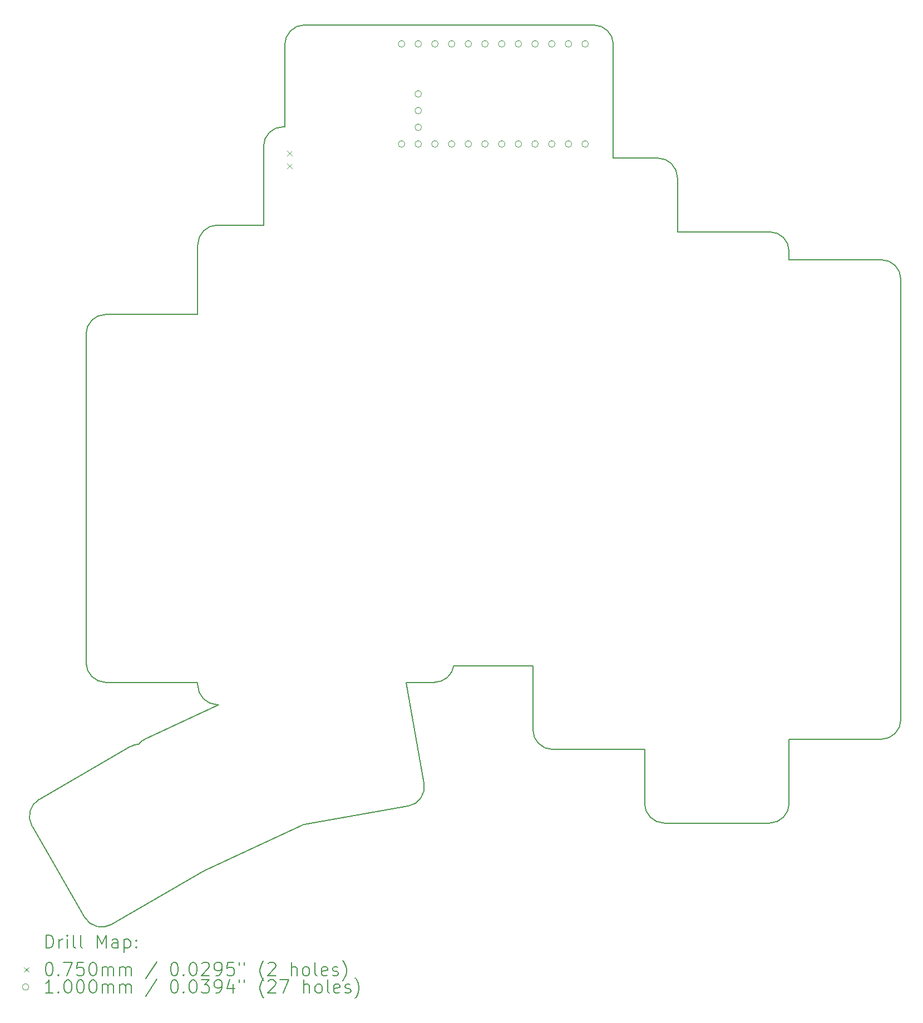
<source format=gbr>
%TF.GenerationSoftware,KiCad,Pcbnew,8.0.8+1*%
%TF.CreationDate,2025-08-10T15:44:05+00:00*%
%TF.ProjectId,right_pcb,72696768-745f-4706-9362-2e6b69636164,v0.2*%
%TF.SameCoordinates,Original*%
%TF.FileFunction,Drillmap*%
%TF.FilePolarity,Positive*%
%FSLAX45Y45*%
G04 Gerber Fmt 4.5, Leading zero omitted, Abs format (unit mm)*
G04 Created by KiCad (PCBNEW 8.0.8+1) date 2025-08-10 15:44:05*
%MOMM*%
%LPD*%
G01*
G04 APERTURE LIST*
%ADD10C,0.150000*%
%ADD11C,0.200000*%
%ADD12C,0.100000*%
G04 APERTURE END LIST*
D10*
X28000000Y-15675000D02*
G75*
G02*
X27700000Y-15375000I0J300000D01*
G01*
X22525167Y-15695207D02*
G75*
G02*
X22508191Y-15697702I-52127J295667D01*
G01*
X18378042Y-15722197D02*
X19178042Y-17107837D01*
X31600000Y-12400000D02*
G75*
G02*
X31595804Y-12450000I-300020J0D01*
G01*
X27700000Y-14553000D02*
X27700000Y-15375000D01*
X19200000Y-11633000D02*
G75*
G02*
X19204196Y-11583000I300020J0D01*
G01*
X29900000Y-14400000D02*
X31300000Y-14400000D01*
X26925000Y-3527000D02*
G75*
G02*
X27225000Y-3827000I0J-300000D01*
G01*
X26925000Y-3527000D02*
X22525000Y-3527000D01*
X27225000Y-5553000D02*
X27225000Y-3827000D01*
X24344207Y-15069833D02*
G75*
G02*
X24100859Y-15417368I-295437J-52097D01*
G01*
X29600000Y-6675000D02*
G75*
G02*
X29900000Y-6975000I0J-300000D01*
G01*
X21042761Y-16381585D02*
G75*
G02*
X21006149Y-16395819I-126731J271765D01*
G01*
X22525167Y-15695207D02*
X24100859Y-15417370D01*
X29900000Y-7100000D02*
X29900000Y-6975000D01*
X21200000Y-13873000D02*
G75*
G02*
X20900000Y-13573000I0J300000D01*
G01*
X21900000Y-6573000D02*
X21200000Y-6573000D01*
X21216795Y-13873000D02*
X20113001Y-14387707D01*
X21900000Y-5377000D02*
X21900000Y-6573000D01*
X31600000Y-14100000D02*
X31600000Y-12500000D01*
X31600000Y-9000000D02*
G75*
G02*
X31595804Y-9050000I-300020J0D01*
G01*
X31600000Y-10700000D02*
X31600000Y-9100000D01*
X31600000Y-9000000D02*
X31600000Y-7400000D01*
X24796606Y-13278000D02*
X26000000Y-13278000D01*
X22225000Y-5077000D02*
X22200000Y-5077000D01*
X21042761Y-16381585D02*
X22492853Y-15705395D01*
X31600000Y-14100000D02*
G75*
G02*
X31300000Y-14400000I-300000J0D01*
G01*
X19500000Y-13533000D02*
X20900000Y-13533000D01*
X22508191Y-15697702D02*
G75*
G02*
X22492854Y-15705395I-142201J264352D01*
G01*
X26300000Y-14553000D02*
X27700000Y-14553000D01*
X28000000Y-15675000D02*
X29600000Y-15675000D01*
X31595804Y-9050000D02*
G75*
G02*
X31600001Y-9100000I-295764J-50000D01*
G01*
X26300000Y-14553000D02*
G75*
G02*
X26000000Y-14253000I0J300000D01*
G01*
X19200000Y-11633000D02*
X19200000Y-13233000D01*
X29600000Y-6675000D02*
X28200000Y-6675000D01*
X19587849Y-17217645D02*
X20973490Y-16417645D01*
X31600000Y-10700000D02*
G75*
G02*
X31595804Y-10750000I-300020J0D01*
G01*
X31600000Y-12400000D02*
X31600000Y-10800000D01*
X21900000Y-5377000D02*
G75*
G02*
X22200000Y-5077000I300000J0D01*
G01*
X19204196Y-11583000D02*
G75*
G02*
X19199999Y-11533000I295764J50000D01*
G01*
X19873490Y-14512389D02*
G75*
G02*
X20005070Y-14472764I150000J-259821D01*
G01*
X19200000Y-8233000D02*
G75*
G02*
X19500000Y-7933000I300000J0D01*
G01*
X22225000Y-3827000D02*
X22225000Y-5077000D01*
X19587849Y-17217645D02*
G75*
G02*
X19178043Y-17107836I-149999J259805D01*
G01*
X19204196Y-9883000D02*
G75*
G02*
X19199999Y-9833000I295764J50000D01*
G01*
X19873490Y-14512389D02*
X18487849Y-15312389D01*
X29900000Y-15375000D02*
G75*
G02*
X29600000Y-15675000I-300000J0D01*
G01*
X31300000Y-7100000D02*
X29900000Y-7100000D01*
X21200000Y-13873000D02*
X21216795Y-13873000D01*
X19200000Y-9933000D02*
X19200000Y-11533000D01*
X24073222Y-13533000D02*
X24500000Y-13533000D01*
X22225000Y-3827000D02*
G75*
G02*
X22525000Y-3527000I300000J0D01*
G01*
X20900000Y-6873000D02*
G75*
G02*
X21200000Y-6573000I300000J0D01*
G01*
X27900000Y-5553000D02*
G75*
G02*
X28200000Y-5853000I0J-300000D01*
G01*
X31300000Y-7100000D02*
G75*
G02*
X31600000Y-7400000I0J-300000D01*
G01*
X24796606Y-13278000D02*
G75*
G02*
X24500000Y-13533000I-296606J45000D01*
G01*
X20900000Y-13533000D02*
X20900000Y-13573000D01*
X31595804Y-12450000D02*
G75*
G02*
X31600001Y-12500000I-295764J-50000D01*
G01*
X29900000Y-15375000D02*
X29900000Y-14400000D01*
X19500000Y-13533000D02*
G75*
G02*
X19200000Y-13233000I0J300000D01*
G01*
X20005070Y-14472763D02*
G75*
G02*
X20113001Y-14387708I234700J-186817D01*
G01*
X31595804Y-10750000D02*
G75*
G02*
X31600001Y-10800000I-295764J-50000D01*
G01*
X26000000Y-13278000D02*
X26000000Y-14253000D01*
X18378042Y-15722197D02*
G75*
G02*
X18487850Y-15312390I259818J149997D01*
G01*
X28200000Y-6675000D02*
X28200000Y-5853000D01*
X21006150Y-16395819D02*
G75*
G02*
X20973490Y-16417645I-182640J237949D01*
G01*
X20900000Y-7933000D02*
X19500000Y-7933000D01*
X27900000Y-5553000D02*
X27225000Y-5553000D01*
X19200000Y-8233000D02*
X19200000Y-9833000D01*
X20900000Y-6873000D02*
X20900000Y-7933000D01*
X19200000Y-9933000D02*
G75*
G02*
X19204196Y-9883000I300020J0D01*
G01*
X24344207Y-15069833D02*
X24073222Y-13533000D01*
D11*
D12*
X22262500Y-5439500D02*
X22337500Y-5514500D01*
X22337500Y-5439500D02*
X22262500Y-5514500D01*
X22262500Y-5639500D02*
X22337500Y-5714500D01*
X22337500Y-5639500D02*
X22262500Y-5714500D01*
X24051000Y-3815000D02*
G75*
G02*
X23951000Y-3815000I-50000J0D01*
G01*
X23951000Y-3815000D02*
G75*
G02*
X24051000Y-3815000I50000J0D01*
G01*
X24051000Y-5339000D02*
G75*
G02*
X23951000Y-5339000I-50000J0D01*
G01*
X23951000Y-5339000D02*
G75*
G02*
X24051000Y-5339000I50000J0D01*
G01*
X24305000Y-3815000D02*
G75*
G02*
X24205000Y-3815000I-50000J0D01*
G01*
X24205000Y-3815000D02*
G75*
G02*
X24305000Y-3815000I50000J0D01*
G01*
X24305000Y-4577000D02*
G75*
G02*
X24205000Y-4577000I-50000J0D01*
G01*
X24205000Y-4577000D02*
G75*
G02*
X24305000Y-4577000I50000J0D01*
G01*
X24305000Y-4831000D02*
G75*
G02*
X24205000Y-4831000I-50000J0D01*
G01*
X24205000Y-4831000D02*
G75*
G02*
X24305000Y-4831000I50000J0D01*
G01*
X24305000Y-5085000D02*
G75*
G02*
X24205000Y-5085000I-50000J0D01*
G01*
X24205000Y-5085000D02*
G75*
G02*
X24305000Y-5085000I50000J0D01*
G01*
X24305000Y-5339000D02*
G75*
G02*
X24205000Y-5339000I-50000J0D01*
G01*
X24205000Y-5339000D02*
G75*
G02*
X24305000Y-5339000I50000J0D01*
G01*
X24559000Y-3815000D02*
G75*
G02*
X24459000Y-3815000I-50000J0D01*
G01*
X24459000Y-3815000D02*
G75*
G02*
X24559000Y-3815000I50000J0D01*
G01*
X24559000Y-5339000D02*
G75*
G02*
X24459000Y-5339000I-50000J0D01*
G01*
X24459000Y-5339000D02*
G75*
G02*
X24559000Y-5339000I50000J0D01*
G01*
X24813000Y-3815000D02*
G75*
G02*
X24713000Y-3815000I-50000J0D01*
G01*
X24713000Y-3815000D02*
G75*
G02*
X24813000Y-3815000I50000J0D01*
G01*
X24813000Y-5339000D02*
G75*
G02*
X24713000Y-5339000I-50000J0D01*
G01*
X24713000Y-5339000D02*
G75*
G02*
X24813000Y-5339000I50000J0D01*
G01*
X25067000Y-3815000D02*
G75*
G02*
X24967000Y-3815000I-50000J0D01*
G01*
X24967000Y-3815000D02*
G75*
G02*
X25067000Y-3815000I50000J0D01*
G01*
X25067000Y-5339000D02*
G75*
G02*
X24967000Y-5339000I-50000J0D01*
G01*
X24967000Y-5339000D02*
G75*
G02*
X25067000Y-5339000I50000J0D01*
G01*
X25321000Y-3815000D02*
G75*
G02*
X25221000Y-3815000I-50000J0D01*
G01*
X25221000Y-3815000D02*
G75*
G02*
X25321000Y-3815000I50000J0D01*
G01*
X25321000Y-5339000D02*
G75*
G02*
X25221000Y-5339000I-50000J0D01*
G01*
X25221000Y-5339000D02*
G75*
G02*
X25321000Y-5339000I50000J0D01*
G01*
X25575000Y-3815000D02*
G75*
G02*
X25475000Y-3815000I-50000J0D01*
G01*
X25475000Y-3815000D02*
G75*
G02*
X25575000Y-3815000I50000J0D01*
G01*
X25575000Y-5339000D02*
G75*
G02*
X25475000Y-5339000I-50000J0D01*
G01*
X25475000Y-5339000D02*
G75*
G02*
X25575000Y-5339000I50000J0D01*
G01*
X25829000Y-3815000D02*
G75*
G02*
X25729000Y-3815000I-50000J0D01*
G01*
X25729000Y-3815000D02*
G75*
G02*
X25829000Y-3815000I50000J0D01*
G01*
X25829000Y-5339000D02*
G75*
G02*
X25729000Y-5339000I-50000J0D01*
G01*
X25729000Y-5339000D02*
G75*
G02*
X25829000Y-5339000I50000J0D01*
G01*
X26083000Y-3815000D02*
G75*
G02*
X25983000Y-3815000I-50000J0D01*
G01*
X25983000Y-3815000D02*
G75*
G02*
X26083000Y-3815000I50000J0D01*
G01*
X26083000Y-5339000D02*
G75*
G02*
X25983000Y-5339000I-50000J0D01*
G01*
X25983000Y-5339000D02*
G75*
G02*
X26083000Y-5339000I50000J0D01*
G01*
X26337000Y-3815000D02*
G75*
G02*
X26237000Y-3815000I-50000J0D01*
G01*
X26237000Y-3815000D02*
G75*
G02*
X26337000Y-3815000I50000J0D01*
G01*
X26337000Y-5339000D02*
G75*
G02*
X26237000Y-5339000I-50000J0D01*
G01*
X26237000Y-5339000D02*
G75*
G02*
X26337000Y-5339000I50000J0D01*
G01*
X26591000Y-3815000D02*
G75*
G02*
X26491000Y-3815000I-50000J0D01*
G01*
X26491000Y-3815000D02*
G75*
G02*
X26591000Y-3815000I50000J0D01*
G01*
X26591000Y-5339000D02*
G75*
G02*
X26491000Y-5339000I-50000J0D01*
G01*
X26491000Y-5339000D02*
G75*
G02*
X26591000Y-5339000I50000J0D01*
G01*
X26845000Y-3815000D02*
G75*
G02*
X26745000Y-3815000I-50000J0D01*
G01*
X26745000Y-3815000D02*
G75*
G02*
X26845000Y-3815000I50000J0D01*
G01*
X26845000Y-5339000D02*
G75*
G02*
X26745000Y-5339000I-50000J0D01*
G01*
X26745000Y-5339000D02*
G75*
G02*
X26845000Y-5339000I50000J0D01*
G01*
D11*
X18591129Y-17576821D02*
X18591129Y-17376821D01*
X18591129Y-17376821D02*
X18638748Y-17376821D01*
X18638748Y-17376821D02*
X18667320Y-17386345D01*
X18667320Y-17386345D02*
X18686367Y-17405392D01*
X18686367Y-17405392D02*
X18695891Y-17424440D01*
X18695891Y-17424440D02*
X18705415Y-17462535D01*
X18705415Y-17462535D02*
X18705415Y-17491107D01*
X18705415Y-17491107D02*
X18695891Y-17529202D01*
X18695891Y-17529202D02*
X18686367Y-17548250D01*
X18686367Y-17548250D02*
X18667320Y-17567297D01*
X18667320Y-17567297D02*
X18638748Y-17576821D01*
X18638748Y-17576821D02*
X18591129Y-17576821D01*
X18791129Y-17576821D02*
X18791129Y-17443488D01*
X18791129Y-17481583D02*
X18800653Y-17462535D01*
X18800653Y-17462535D02*
X18810177Y-17453011D01*
X18810177Y-17453011D02*
X18829224Y-17443488D01*
X18829224Y-17443488D02*
X18848272Y-17443488D01*
X18914939Y-17576821D02*
X18914939Y-17443488D01*
X18914939Y-17376821D02*
X18905415Y-17386345D01*
X18905415Y-17386345D02*
X18914939Y-17395869D01*
X18914939Y-17395869D02*
X18924462Y-17386345D01*
X18924462Y-17386345D02*
X18914939Y-17376821D01*
X18914939Y-17376821D02*
X18914939Y-17395869D01*
X19038748Y-17576821D02*
X19019701Y-17567297D01*
X19019701Y-17567297D02*
X19010177Y-17548250D01*
X19010177Y-17548250D02*
X19010177Y-17376821D01*
X19143510Y-17576821D02*
X19124462Y-17567297D01*
X19124462Y-17567297D02*
X19114939Y-17548250D01*
X19114939Y-17548250D02*
X19114939Y-17376821D01*
X19372082Y-17576821D02*
X19372082Y-17376821D01*
X19372082Y-17376821D02*
X19438748Y-17519678D01*
X19438748Y-17519678D02*
X19505415Y-17376821D01*
X19505415Y-17376821D02*
X19505415Y-17576821D01*
X19686367Y-17576821D02*
X19686367Y-17472059D01*
X19686367Y-17472059D02*
X19676843Y-17453011D01*
X19676843Y-17453011D02*
X19657796Y-17443488D01*
X19657796Y-17443488D02*
X19619701Y-17443488D01*
X19619701Y-17443488D02*
X19600653Y-17453011D01*
X19686367Y-17567297D02*
X19667320Y-17576821D01*
X19667320Y-17576821D02*
X19619701Y-17576821D01*
X19619701Y-17576821D02*
X19600653Y-17567297D01*
X19600653Y-17567297D02*
X19591129Y-17548250D01*
X19591129Y-17548250D02*
X19591129Y-17529202D01*
X19591129Y-17529202D02*
X19600653Y-17510154D01*
X19600653Y-17510154D02*
X19619701Y-17500631D01*
X19619701Y-17500631D02*
X19667320Y-17500631D01*
X19667320Y-17500631D02*
X19686367Y-17491107D01*
X19781605Y-17443488D02*
X19781605Y-17643488D01*
X19781605Y-17453011D02*
X19800653Y-17443488D01*
X19800653Y-17443488D02*
X19838748Y-17443488D01*
X19838748Y-17443488D02*
X19857796Y-17453011D01*
X19857796Y-17453011D02*
X19867320Y-17462535D01*
X19867320Y-17462535D02*
X19876843Y-17481583D01*
X19876843Y-17481583D02*
X19876843Y-17538726D01*
X19876843Y-17538726D02*
X19867320Y-17557773D01*
X19867320Y-17557773D02*
X19857796Y-17567297D01*
X19857796Y-17567297D02*
X19838748Y-17576821D01*
X19838748Y-17576821D02*
X19800653Y-17576821D01*
X19800653Y-17576821D02*
X19781605Y-17567297D01*
X19962558Y-17557773D02*
X19972082Y-17567297D01*
X19972082Y-17567297D02*
X19962558Y-17576821D01*
X19962558Y-17576821D02*
X19953034Y-17567297D01*
X19953034Y-17567297D02*
X19962558Y-17557773D01*
X19962558Y-17557773D02*
X19962558Y-17576821D01*
X19962558Y-17453011D02*
X19972082Y-17462535D01*
X19972082Y-17462535D02*
X19962558Y-17472059D01*
X19962558Y-17472059D02*
X19953034Y-17462535D01*
X19953034Y-17462535D02*
X19962558Y-17453011D01*
X19962558Y-17453011D02*
X19962558Y-17472059D01*
D12*
X18255352Y-17867837D02*
X18330352Y-17942837D01*
X18330352Y-17867837D02*
X18255352Y-17942837D01*
D11*
X18629224Y-17796821D02*
X18648272Y-17796821D01*
X18648272Y-17796821D02*
X18667320Y-17806345D01*
X18667320Y-17806345D02*
X18676843Y-17815869D01*
X18676843Y-17815869D02*
X18686367Y-17834916D01*
X18686367Y-17834916D02*
X18695891Y-17873011D01*
X18695891Y-17873011D02*
X18695891Y-17920631D01*
X18695891Y-17920631D02*
X18686367Y-17958726D01*
X18686367Y-17958726D02*
X18676843Y-17977773D01*
X18676843Y-17977773D02*
X18667320Y-17987297D01*
X18667320Y-17987297D02*
X18648272Y-17996821D01*
X18648272Y-17996821D02*
X18629224Y-17996821D01*
X18629224Y-17996821D02*
X18610177Y-17987297D01*
X18610177Y-17987297D02*
X18600653Y-17977773D01*
X18600653Y-17977773D02*
X18591129Y-17958726D01*
X18591129Y-17958726D02*
X18581605Y-17920631D01*
X18581605Y-17920631D02*
X18581605Y-17873011D01*
X18581605Y-17873011D02*
X18591129Y-17834916D01*
X18591129Y-17834916D02*
X18600653Y-17815869D01*
X18600653Y-17815869D02*
X18610177Y-17806345D01*
X18610177Y-17806345D02*
X18629224Y-17796821D01*
X18781605Y-17977773D02*
X18791129Y-17987297D01*
X18791129Y-17987297D02*
X18781605Y-17996821D01*
X18781605Y-17996821D02*
X18772082Y-17987297D01*
X18772082Y-17987297D02*
X18781605Y-17977773D01*
X18781605Y-17977773D02*
X18781605Y-17996821D01*
X18857796Y-17796821D02*
X18991129Y-17796821D01*
X18991129Y-17796821D02*
X18905415Y-17996821D01*
X19162558Y-17796821D02*
X19067320Y-17796821D01*
X19067320Y-17796821D02*
X19057796Y-17892059D01*
X19057796Y-17892059D02*
X19067320Y-17882535D01*
X19067320Y-17882535D02*
X19086367Y-17873011D01*
X19086367Y-17873011D02*
X19133986Y-17873011D01*
X19133986Y-17873011D02*
X19153034Y-17882535D01*
X19153034Y-17882535D02*
X19162558Y-17892059D01*
X19162558Y-17892059D02*
X19172082Y-17911107D01*
X19172082Y-17911107D02*
X19172082Y-17958726D01*
X19172082Y-17958726D02*
X19162558Y-17977773D01*
X19162558Y-17977773D02*
X19153034Y-17987297D01*
X19153034Y-17987297D02*
X19133986Y-17996821D01*
X19133986Y-17996821D02*
X19086367Y-17996821D01*
X19086367Y-17996821D02*
X19067320Y-17987297D01*
X19067320Y-17987297D02*
X19057796Y-17977773D01*
X19295891Y-17796821D02*
X19314939Y-17796821D01*
X19314939Y-17796821D02*
X19333986Y-17806345D01*
X19333986Y-17806345D02*
X19343510Y-17815869D01*
X19343510Y-17815869D02*
X19353034Y-17834916D01*
X19353034Y-17834916D02*
X19362558Y-17873011D01*
X19362558Y-17873011D02*
X19362558Y-17920631D01*
X19362558Y-17920631D02*
X19353034Y-17958726D01*
X19353034Y-17958726D02*
X19343510Y-17977773D01*
X19343510Y-17977773D02*
X19333986Y-17987297D01*
X19333986Y-17987297D02*
X19314939Y-17996821D01*
X19314939Y-17996821D02*
X19295891Y-17996821D01*
X19295891Y-17996821D02*
X19276843Y-17987297D01*
X19276843Y-17987297D02*
X19267320Y-17977773D01*
X19267320Y-17977773D02*
X19257796Y-17958726D01*
X19257796Y-17958726D02*
X19248272Y-17920631D01*
X19248272Y-17920631D02*
X19248272Y-17873011D01*
X19248272Y-17873011D02*
X19257796Y-17834916D01*
X19257796Y-17834916D02*
X19267320Y-17815869D01*
X19267320Y-17815869D02*
X19276843Y-17806345D01*
X19276843Y-17806345D02*
X19295891Y-17796821D01*
X19448272Y-17996821D02*
X19448272Y-17863488D01*
X19448272Y-17882535D02*
X19457796Y-17873011D01*
X19457796Y-17873011D02*
X19476843Y-17863488D01*
X19476843Y-17863488D02*
X19505415Y-17863488D01*
X19505415Y-17863488D02*
X19524463Y-17873011D01*
X19524463Y-17873011D02*
X19533986Y-17892059D01*
X19533986Y-17892059D02*
X19533986Y-17996821D01*
X19533986Y-17892059D02*
X19543510Y-17873011D01*
X19543510Y-17873011D02*
X19562558Y-17863488D01*
X19562558Y-17863488D02*
X19591129Y-17863488D01*
X19591129Y-17863488D02*
X19610177Y-17873011D01*
X19610177Y-17873011D02*
X19619701Y-17892059D01*
X19619701Y-17892059D02*
X19619701Y-17996821D01*
X19714939Y-17996821D02*
X19714939Y-17863488D01*
X19714939Y-17882535D02*
X19724463Y-17873011D01*
X19724463Y-17873011D02*
X19743510Y-17863488D01*
X19743510Y-17863488D02*
X19772082Y-17863488D01*
X19772082Y-17863488D02*
X19791129Y-17873011D01*
X19791129Y-17873011D02*
X19800653Y-17892059D01*
X19800653Y-17892059D02*
X19800653Y-17996821D01*
X19800653Y-17892059D02*
X19810177Y-17873011D01*
X19810177Y-17873011D02*
X19829224Y-17863488D01*
X19829224Y-17863488D02*
X19857796Y-17863488D01*
X19857796Y-17863488D02*
X19876844Y-17873011D01*
X19876844Y-17873011D02*
X19886367Y-17892059D01*
X19886367Y-17892059D02*
X19886367Y-17996821D01*
X20276844Y-17787297D02*
X20105415Y-18044440D01*
X20533986Y-17796821D02*
X20553034Y-17796821D01*
X20553034Y-17796821D02*
X20572082Y-17806345D01*
X20572082Y-17806345D02*
X20581606Y-17815869D01*
X20581606Y-17815869D02*
X20591129Y-17834916D01*
X20591129Y-17834916D02*
X20600653Y-17873011D01*
X20600653Y-17873011D02*
X20600653Y-17920631D01*
X20600653Y-17920631D02*
X20591129Y-17958726D01*
X20591129Y-17958726D02*
X20581606Y-17977773D01*
X20581606Y-17977773D02*
X20572082Y-17987297D01*
X20572082Y-17987297D02*
X20553034Y-17996821D01*
X20553034Y-17996821D02*
X20533986Y-17996821D01*
X20533986Y-17996821D02*
X20514939Y-17987297D01*
X20514939Y-17987297D02*
X20505415Y-17977773D01*
X20505415Y-17977773D02*
X20495891Y-17958726D01*
X20495891Y-17958726D02*
X20486367Y-17920631D01*
X20486367Y-17920631D02*
X20486367Y-17873011D01*
X20486367Y-17873011D02*
X20495891Y-17834916D01*
X20495891Y-17834916D02*
X20505415Y-17815869D01*
X20505415Y-17815869D02*
X20514939Y-17806345D01*
X20514939Y-17806345D02*
X20533986Y-17796821D01*
X20686367Y-17977773D02*
X20695891Y-17987297D01*
X20695891Y-17987297D02*
X20686367Y-17996821D01*
X20686367Y-17996821D02*
X20676844Y-17987297D01*
X20676844Y-17987297D02*
X20686367Y-17977773D01*
X20686367Y-17977773D02*
X20686367Y-17996821D01*
X20819701Y-17796821D02*
X20838748Y-17796821D01*
X20838748Y-17796821D02*
X20857796Y-17806345D01*
X20857796Y-17806345D02*
X20867320Y-17815869D01*
X20867320Y-17815869D02*
X20876844Y-17834916D01*
X20876844Y-17834916D02*
X20886367Y-17873011D01*
X20886367Y-17873011D02*
X20886367Y-17920631D01*
X20886367Y-17920631D02*
X20876844Y-17958726D01*
X20876844Y-17958726D02*
X20867320Y-17977773D01*
X20867320Y-17977773D02*
X20857796Y-17987297D01*
X20857796Y-17987297D02*
X20838748Y-17996821D01*
X20838748Y-17996821D02*
X20819701Y-17996821D01*
X20819701Y-17996821D02*
X20800653Y-17987297D01*
X20800653Y-17987297D02*
X20791129Y-17977773D01*
X20791129Y-17977773D02*
X20781606Y-17958726D01*
X20781606Y-17958726D02*
X20772082Y-17920631D01*
X20772082Y-17920631D02*
X20772082Y-17873011D01*
X20772082Y-17873011D02*
X20781606Y-17834916D01*
X20781606Y-17834916D02*
X20791129Y-17815869D01*
X20791129Y-17815869D02*
X20800653Y-17806345D01*
X20800653Y-17806345D02*
X20819701Y-17796821D01*
X20962558Y-17815869D02*
X20972082Y-17806345D01*
X20972082Y-17806345D02*
X20991129Y-17796821D01*
X20991129Y-17796821D02*
X21038748Y-17796821D01*
X21038748Y-17796821D02*
X21057796Y-17806345D01*
X21057796Y-17806345D02*
X21067320Y-17815869D01*
X21067320Y-17815869D02*
X21076844Y-17834916D01*
X21076844Y-17834916D02*
X21076844Y-17853964D01*
X21076844Y-17853964D02*
X21067320Y-17882535D01*
X21067320Y-17882535D02*
X20953034Y-17996821D01*
X20953034Y-17996821D02*
X21076844Y-17996821D01*
X21172082Y-17996821D02*
X21210177Y-17996821D01*
X21210177Y-17996821D02*
X21229225Y-17987297D01*
X21229225Y-17987297D02*
X21238748Y-17977773D01*
X21238748Y-17977773D02*
X21257796Y-17949202D01*
X21257796Y-17949202D02*
X21267320Y-17911107D01*
X21267320Y-17911107D02*
X21267320Y-17834916D01*
X21267320Y-17834916D02*
X21257796Y-17815869D01*
X21257796Y-17815869D02*
X21248272Y-17806345D01*
X21248272Y-17806345D02*
X21229225Y-17796821D01*
X21229225Y-17796821D02*
X21191129Y-17796821D01*
X21191129Y-17796821D02*
X21172082Y-17806345D01*
X21172082Y-17806345D02*
X21162558Y-17815869D01*
X21162558Y-17815869D02*
X21153034Y-17834916D01*
X21153034Y-17834916D02*
X21153034Y-17882535D01*
X21153034Y-17882535D02*
X21162558Y-17901583D01*
X21162558Y-17901583D02*
X21172082Y-17911107D01*
X21172082Y-17911107D02*
X21191129Y-17920631D01*
X21191129Y-17920631D02*
X21229225Y-17920631D01*
X21229225Y-17920631D02*
X21248272Y-17911107D01*
X21248272Y-17911107D02*
X21257796Y-17901583D01*
X21257796Y-17901583D02*
X21267320Y-17882535D01*
X21448272Y-17796821D02*
X21353034Y-17796821D01*
X21353034Y-17796821D02*
X21343510Y-17892059D01*
X21343510Y-17892059D02*
X21353034Y-17882535D01*
X21353034Y-17882535D02*
X21372082Y-17873011D01*
X21372082Y-17873011D02*
X21419701Y-17873011D01*
X21419701Y-17873011D02*
X21438748Y-17882535D01*
X21438748Y-17882535D02*
X21448272Y-17892059D01*
X21448272Y-17892059D02*
X21457796Y-17911107D01*
X21457796Y-17911107D02*
X21457796Y-17958726D01*
X21457796Y-17958726D02*
X21448272Y-17977773D01*
X21448272Y-17977773D02*
X21438748Y-17987297D01*
X21438748Y-17987297D02*
X21419701Y-17996821D01*
X21419701Y-17996821D02*
X21372082Y-17996821D01*
X21372082Y-17996821D02*
X21353034Y-17987297D01*
X21353034Y-17987297D02*
X21343510Y-17977773D01*
X21533987Y-17796821D02*
X21533987Y-17834916D01*
X21610177Y-17796821D02*
X21610177Y-17834916D01*
X21905415Y-18073011D02*
X21895891Y-18063488D01*
X21895891Y-18063488D02*
X21876844Y-18034916D01*
X21876844Y-18034916D02*
X21867320Y-18015869D01*
X21867320Y-18015869D02*
X21857796Y-17987297D01*
X21857796Y-17987297D02*
X21848272Y-17939678D01*
X21848272Y-17939678D02*
X21848272Y-17901583D01*
X21848272Y-17901583D02*
X21857796Y-17853964D01*
X21857796Y-17853964D02*
X21867320Y-17825392D01*
X21867320Y-17825392D02*
X21876844Y-17806345D01*
X21876844Y-17806345D02*
X21895891Y-17777773D01*
X21895891Y-17777773D02*
X21905415Y-17768250D01*
X21972082Y-17815869D02*
X21981606Y-17806345D01*
X21981606Y-17806345D02*
X22000653Y-17796821D01*
X22000653Y-17796821D02*
X22048272Y-17796821D01*
X22048272Y-17796821D02*
X22067320Y-17806345D01*
X22067320Y-17806345D02*
X22076844Y-17815869D01*
X22076844Y-17815869D02*
X22086368Y-17834916D01*
X22086368Y-17834916D02*
X22086368Y-17853964D01*
X22086368Y-17853964D02*
X22076844Y-17882535D01*
X22076844Y-17882535D02*
X21962558Y-17996821D01*
X21962558Y-17996821D02*
X22086368Y-17996821D01*
X22324463Y-17996821D02*
X22324463Y-17796821D01*
X22410177Y-17996821D02*
X22410177Y-17892059D01*
X22410177Y-17892059D02*
X22400653Y-17873011D01*
X22400653Y-17873011D02*
X22381606Y-17863488D01*
X22381606Y-17863488D02*
X22353034Y-17863488D01*
X22353034Y-17863488D02*
X22333987Y-17873011D01*
X22333987Y-17873011D02*
X22324463Y-17882535D01*
X22533987Y-17996821D02*
X22514939Y-17987297D01*
X22514939Y-17987297D02*
X22505415Y-17977773D01*
X22505415Y-17977773D02*
X22495891Y-17958726D01*
X22495891Y-17958726D02*
X22495891Y-17901583D01*
X22495891Y-17901583D02*
X22505415Y-17882535D01*
X22505415Y-17882535D02*
X22514939Y-17873011D01*
X22514939Y-17873011D02*
X22533987Y-17863488D01*
X22533987Y-17863488D02*
X22562558Y-17863488D01*
X22562558Y-17863488D02*
X22581606Y-17873011D01*
X22581606Y-17873011D02*
X22591129Y-17882535D01*
X22591129Y-17882535D02*
X22600653Y-17901583D01*
X22600653Y-17901583D02*
X22600653Y-17958726D01*
X22600653Y-17958726D02*
X22591129Y-17977773D01*
X22591129Y-17977773D02*
X22581606Y-17987297D01*
X22581606Y-17987297D02*
X22562558Y-17996821D01*
X22562558Y-17996821D02*
X22533987Y-17996821D01*
X22714939Y-17996821D02*
X22695891Y-17987297D01*
X22695891Y-17987297D02*
X22686368Y-17968250D01*
X22686368Y-17968250D02*
X22686368Y-17796821D01*
X22867320Y-17987297D02*
X22848272Y-17996821D01*
X22848272Y-17996821D02*
X22810177Y-17996821D01*
X22810177Y-17996821D02*
X22791129Y-17987297D01*
X22791129Y-17987297D02*
X22781606Y-17968250D01*
X22781606Y-17968250D02*
X22781606Y-17892059D01*
X22781606Y-17892059D02*
X22791129Y-17873011D01*
X22791129Y-17873011D02*
X22810177Y-17863488D01*
X22810177Y-17863488D02*
X22848272Y-17863488D01*
X22848272Y-17863488D02*
X22867320Y-17873011D01*
X22867320Y-17873011D02*
X22876844Y-17892059D01*
X22876844Y-17892059D02*
X22876844Y-17911107D01*
X22876844Y-17911107D02*
X22781606Y-17930154D01*
X22953034Y-17987297D02*
X22972082Y-17996821D01*
X22972082Y-17996821D02*
X23010177Y-17996821D01*
X23010177Y-17996821D02*
X23029225Y-17987297D01*
X23029225Y-17987297D02*
X23038749Y-17968250D01*
X23038749Y-17968250D02*
X23038749Y-17958726D01*
X23038749Y-17958726D02*
X23029225Y-17939678D01*
X23029225Y-17939678D02*
X23010177Y-17930154D01*
X23010177Y-17930154D02*
X22981606Y-17930154D01*
X22981606Y-17930154D02*
X22962558Y-17920631D01*
X22962558Y-17920631D02*
X22953034Y-17901583D01*
X22953034Y-17901583D02*
X22953034Y-17892059D01*
X22953034Y-17892059D02*
X22962558Y-17873011D01*
X22962558Y-17873011D02*
X22981606Y-17863488D01*
X22981606Y-17863488D02*
X23010177Y-17863488D01*
X23010177Y-17863488D02*
X23029225Y-17873011D01*
X23105415Y-18073011D02*
X23114939Y-18063488D01*
X23114939Y-18063488D02*
X23133987Y-18034916D01*
X23133987Y-18034916D02*
X23143510Y-18015869D01*
X23143510Y-18015869D02*
X23153034Y-17987297D01*
X23153034Y-17987297D02*
X23162558Y-17939678D01*
X23162558Y-17939678D02*
X23162558Y-17901583D01*
X23162558Y-17901583D02*
X23153034Y-17853964D01*
X23153034Y-17853964D02*
X23143510Y-17825392D01*
X23143510Y-17825392D02*
X23133987Y-17806345D01*
X23133987Y-17806345D02*
X23114939Y-17777773D01*
X23114939Y-17777773D02*
X23105415Y-17768250D01*
D12*
X18330352Y-18169337D02*
G75*
G02*
X18230352Y-18169337I-50000J0D01*
G01*
X18230352Y-18169337D02*
G75*
G02*
X18330352Y-18169337I50000J0D01*
G01*
D11*
X18695891Y-18260821D02*
X18581605Y-18260821D01*
X18638748Y-18260821D02*
X18638748Y-18060821D01*
X18638748Y-18060821D02*
X18619701Y-18089392D01*
X18619701Y-18089392D02*
X18600653Y-18108440D01*
X18600653Y-18108440D02*
X18581605Y-18117964D01*
X18781605Y-18241773D02*
X18791129Y-18251297D01*
X18791129Y-18251297D02*
X18781605Y-18260821D01*
X18781605Y-18260821D02*
X18772082Y-18251297D01*
X18772082Y-18251297D02*
X18781605Y-18241773D01*
X18781605Y-18241773D02*
X18781605Y-18260821D01*
X18914939Y-18060821D02*
X18933986Y-18060821D01*
X18933986Y-18060821D02*
X18953034Y-18070345D01*
X18953034Y-18070345D02*
X18962558Y-18079869D01*
X18962558Y-18079869D02*
X18972082Y-18098916D01*
X18972082Y-18098916D02*
X18981605Y-18137011D01*
X18981605Y-18137011D02*
X18981605Y-18184631D01*
X18981605Y-18184631D02*
X18972082Y-18222726D01*
X18972082Y-18222726D02*
X18962558Y-18241773D01*
X18962558Y-18241773D02*
X18953034Y-18251297D01*
X18953034Y-18251297D02*
X18933986Y-18260821D01*
X18933986Y-18260821D02*
X18914939Y-18260821D01*
X18914939Y-18260821D02*
X18895891Y-18251297D01*
X18895891Y-18251297D02*
X18886367Y-18241773D01*
X18886367Y-18241773D02*
X18876843Y-18222726D01*
X18876843Y-18222726D02*
X18867320Y-18184631D01*
X18867320Y-18184631D02*
X18867320Y-18137011D01*
X18867320Y-18137011D02*
X18876843Y-18098916D01*
X18876843Y-18098916D02*
X18886367Y-18079869D01*
X18886367Y-18079869D02*
X18895891Y-18070345D01*
X18895891Y-18070345D02*
X18914939Y-18060821D01*
X19105415Y-18060821D02*
X19124463Y-18060821D01*
X19124463Y-18060821D02*
X19143510Y-18070345D01*
X19143510Y-18070345D02*
X19153034Y-18079869D01*
X19153034Y-18079869D02*
X19162558Y-18098916D01*
X19162558Y-18098916D02*
X19172082Y-18137011D01*
X19172082Y-18137011D02*
X19172082Y-18184631D01*
X19172082Y-18184631D02*
X19162558Y-18222726D01*
X19162558Y-18222726D02*
X19153034Y-18241773D01*
X19153034Y-18241773D02*
X19143510Y-18251297D01*
X19143510Y-18251297D02*
X19124463Y-18260821D01*
X19124463Y-18260821D02*
X19105415Y-18260821D01*
X19105415Y-18260821D02*
X19086367Y-18251297D01*
X19086367Y-18251297D02*
X19076843Y-18241773D01*
X19076843Y-18241773D02*
X19067320Y-18222726D01*
X19067320Y-18222726D02*
X19057796Y-18184631D01*
X19057796Y-18184631D02*
X19057796Y-18137011D01*
X19057796Y-18137011D02*
X19067320Y-18098916D01*
X19067320Y-18098916D02*
X19076843Y-18079869D01*
X19076843Y-18079869D02*
X19086367Y-18070345D01*
X19086367Y-18070345D02*
X19105415Y-18060821D01*
X19295891Y-18060821D02*
X19314939Y-18060821D01*
X19314939Y-18060821D02*
X19333986Y-18070345D01*
X19333986Y-18070345D02*
X19343510Y-18079869D01*
X19343510Y-18079869D02*
X19353034Y-18098916D01*
X19353034Y-18098916D02*
X19362558Y-18137011D01*
X19362558Y-18137011D02*
X19362558Y-18184631D01*
X19362558Y-18184631D02*
X19353034Y-18222726D01*
X19353034Y-18222726D02*
X19343510Y-18241773D01*
X19343510Y-18241773D02*
X19333986Y-18251297D01*
X19333986Y-18251297D02*
X19314939Y-18260821D01*
X19314939Y-18260821D02*
X19295891Y-18260821D01*
X19295891Y-18260821D02*
X19276843Y-18251297D01*
X19276843Y-18251297D02*
X19267320Y-18241773D01*
X19267320Y-18241773D02*
X19257796Y-18222726D01*
X19257796Y-18222726D02*
X19248272Y-18184631D01*
X19248272Y-18184631D02*
X19248272Y-18137011D01*
X19248272Y-18137011D02*
X19257796Y-18098916D01*
X19257796Y-18098916D02*
X19267320Y-18079869D01*
X19267320Y-18079869D02*
X19276843Y-18070345D01*
X19276843Y-18070345D02*
X19295891Y-18060821D01*
X19448272Y-18260821D02*
X19448272Y-18127488D01*
X19448272Y-18146535D02*
X19457796Y-18137011D01*
X19457796Y-18137011D02*
X19476843Y-18127488D01*
X19476843Y-18127488D02*
X19505415Y-18127488D01*
X19505415Y-18127488D02*
X19524463Y-18137011D01*
X19524463Y-18137011D02*
X19533986Y-18156059D01*
X19533986Y-18156059D02*
X19533986Y-18260821D01*
X19533986Y-18156059D02*
X19543510Y-18137011D01*
X19543510Y-18137011D02*
X19562558Y-18127488D01*
X19562558Y-18127488D02*
X19591129Y-18127488D01*
X19591129Y-18127488D02*
X19610177Y-18137011D01*
X19610177Y-18137011D02*
X19619701Y-18156059D01*
X19619701Y-18156059D02*
X19619701Y-18260821D01*
X19714939Y-18260821D02*
X19714939Y-18127488D01*
X19714939Y-18146535D02*
X19724463Y-18137011D01*
X19724463Y-18137011D02*
X19743510Y-18127488D01*
X19743510Y-18127488D02*
X19772082Y-18127488D01*
X19772082Y-18127488D02*
X19791129Y-18137011D01*
X19791129Y-18137011D02*
X19800653Y-18156059D01*
X19800653Y-18156059D02*
X19800653Y-18260821D01*
X19800653Y-18156059D02*
X19810177Y-18137011D01*
X19810177Y-18137011D02*
X19829224Y-18127488D01*
X19829224Y-18127488D02*
X19857796Y-18127488D01*
X19857796Y-18127488D02*
X19876844Y-18137011D01*
X19876844Y-18137011D02*
X19886367Y-18156059D01*
X19886367Y-18156059D02*
X19886367Y-18260821D01*
X20276844Y-18051297D02*
X20105415Y-18308440D01*
X20533986Y-18060821D02*
X20553034Y-18060821D01*
X20553034Y-18060821D02*
X20572082Y-18070345D01*
X20572082Y-18070345D02*
X20581606Y-18079869D01*
X20581606Y-18079869D02*
X20591129Y-18098916D01*
X20591129Y-18098916D02*
X20600653Y-18137011D01*
X20600653Y-18137011D02*
X20600653Y-18184631D01*
X20600653Y-18184631D02*
X20591129Y-18222726D01*
X20591129Y-18222726D02*
X20581606Y-18241773D01*
X20581606Y-18241773D02*
X20572082Y-18251297D01*
X20572082Y-18251297D02*
X20553034Y-18260821D01*
X20553034Y-18260821D02*
X20533986Y-18260821D01*
X20533986Y-18260821D02*
X20514939Y-18251297D01*
X20514939Y-18251297D02*
X20505415Y-18241773D01*
X20505415Y-18241773D02*
X20495891Y-18222726D01*
X20495891Y-18222726D02*
X20486367Y-18184631D01*
X20486367Y-18184631D02*
X20486367Y-18137011D01*
X20486367Y-18137011D02*
X20495891Y-18098916D01*
X20495891Y-18098916D02*
X20505415Y-18079869D01*
X20505415Y-18079869D02*
X20514939Y-18070345D01*
X20514939Y-18070345D02*
X20533986Y-18060821D01*
X20686367Y-18241773D02*
X20695891Y-18251297D01*
X20695891Y-18251297D02*
X20686367Y-18260821D01*
X20686367Y-18260821D02*
X20676844Y-18251297D01*
X20676844Y-18251297D02*
X20686367Y-18241773D01*
X20686367Y-18241773D02*
X20686367Y-18260821D01*
X20819701Y-18060821D02*
X20838748Y-18060821D01*
X20838748Y-18060821D02*
X20857796Y-18070345D01*
X20857796Y-18070345D02*
X20867320Y-18079869D01*
X20867320Y-18079869D02*
X20876844Y-18098916D01*
X20876844Y-18098916D02*
X20886367Y-18137011D01*
X20886367Y-18137011D02*
X20886367Y-18184631D01*
X20886367Y-18184631D02*
X20876844Y-18222726D01*
X20876844Y-18222726D02*
X20867320Y-18241773D01*
X20867320Y-18241773D02*
X20857796Y-18251297D01*
X20857796Y-18251297D02*
X20838748Y-18260821D01*
X20838748Y-18260821D02*
X20819701Y-18260821D01*
X20819701Y-18260821D02*
X20800653Y-18251297D01*
X20800653Y-18251297D02*
X20791129Y-18241773D01*
X20791129Y-18241773D02*
X20781606Y-18222726D01*
X20781606Y-18222726D02*
X20772082Y-18184631D01*
X20772082Y-18184631D02*
X20772082Y-18137011D01*
X20772082Y-18137011D02*
X20781606Y-18098916D01*
X20781606Y-18098916D02*
X20791129Y-18079869D01*
X20791129Y-18079869D02*
X20800653Y-18070345D01*
X20800653Y-18070345D02*
X20819701Y-18060821D01*
X20953034Y-18060821D02*
X21076844Y-18060821D01*
X21076844Y-18060821D02*
X21010177Y-18137011D01*
X21010177Y-18137011D02*
X21038748Y-18137011D01*
X21038748Y-18137011D02*
X21057796Y-18146535D01*
X21057796Y-18146535D02*
X21067320Y-18156059D01*
X21067320Y-18156059D02*
X21076844Y-18175107D01*
X21076844Y-18175107D02*
X21076844Y-18222726D01*
X21076844Y-18222726D02*
X21067320Y-18241773D01*
X21067320Y-18241773D02*
X21057796Y-18251297D01*
X21057796Y-18251297D02*
X21038748Y-18260821D01*
X21038748Y-18260821D02*
X20981606Y-18260821D01*
X20981606Y-18260821D02*
X20962558Y-18251297D01*
X20962558Y-18251297D02*
X20953034Y-18241773D01*
X21172082Y-18260821D02*
X21210177Y-18260821D01*
X21210177Y-18260821D02*
X21229225Y-18251297D01*
X21229225Y-18251297D02*
X21238748Y-18241773D01*
X21238748Y-18241773D02*
X21257796Y-18213202D01*
X21257796Y-18213202D02*
X21267320Y-18175107D01*
X21267320Y-18175107D02*
X21267320Y-18098916D01*
X21267320Y-18098916D02*
X21257796Y-18079869D01*
X21257796Y-18079869D02*
X21248272Y-18070345D01*
X21248272Y-18070345D02*
X21229225Y-18060821D01*
X21229225Y-18060821D02*
X21191129Y-18060821D01*
X21191129Y-18060821D02*
X21172082Y-18070345D01*
X21172082Y-18070345D02*
X21162558Y-18079869D01*
X21162558Y-18079869D02*
X21153034Y-18098916D01*
X21153034Y-18098916D02*
X21153034Y-18146535D01*
X21153034Y-18146535D02*
X21162558Y-18165583D01*
X21162558Y-18165583D02*
X21172082Y-18175107D01*
X21172082Y-18175107D02*
X21191129Y-18184631D01*
X21191129Y-18184631D02*
X21229225Y-18184631D01*
X21229225Y-18184631D02*
X21248272Y-18175107D01*
X21248272Y-18175107D02*
X21257796Y-18165583D01*
X21257796Y-18165583D02*
X21267320Y-18146535D01*
X21438748Y-18127488D02*
X21438748Y-18260821D01*
X21391129Y-18051297D02*
X21343510Y-18194154D01*
X21343510Y-18194154D02*
X21467320Y-18194154D01*
X21533987Y-18060821D02*
X21533987Y-18098916D01*
X21610177Y-18060821D02*
X21610177Y-18098916D01*
X21905415Y-18337011D02*
X21895891Y-18327488D01*
X21895891Y-18327488D02*
X21876844Y-18298916D01*
X21876844Y-18298916D02*
X21867320Y-18279869D01*
X21867320Y-18279869D02*
X21857796Y-18251297D01*
X21857796Y-18251297D02*
X21848272Y-18203678D01*
X21848272Y-18203678D02*
X21848272Y-18165583D01*
X21848272Y-18165583D02*
X21857796Y-18117964D01*
X21857796Y-18117964D02*
X21867320Y-18089392D01*
X21867320Y-18089392D02*
X21876844Y-18070345D01*
X21876844Y-18070345D02*
X21895891Y-18041773D01*
X21895891Y-18041773D02*
X21905415Y-18032250D01*
X21972082Y-18079869D02*
X21981606Y-18070345D01*
X21981606Y-18070345D02*
X22000653Y-18060821D01*
X22000653Y-18060821D02*
X22048272Y-18060821D01*
X22048272Y-18060821D02*
X22067320Y-18070345D01*
X22067320Y-18070345D02*
X22076844Y-18079869D01*
X22076844Y-18079869D02*
X22086368Y-18098916D01*
X22086368Y-18098916D02*
X22086368Y-18117964D01*
X22086368Y-18117964D02*
X22076844Y-18146535D01*
X22076844Y-18146535D02*
X21962558Y-18260821D01*
X21962558Y-18260821D02*
X22086368Y-18260821D01*
X22153034Y-18060821D02*
X22286368Y-18060821D01*
X22286368Y-18060821D02*
X22200653Y-18260821D01*
X22514939Y-18260821D02*
X22514939Y-18060821D01*
X22600653Y-18260821D02*
X22600653Y-18156059D01*
X22600653Y-18156059D02*
X22591129Y-18137011D01*
X22591129Y-18137011D02*
X22572082Y-18127488D01*
X22572082Y-18127488D02*
X22543510Y-18127488D01*
X22543510Y-18127488D02*
X22524463Y-18137011D01*
X22524463Y-18137011D02*
X22514939Y-18146535D01*
X22724463Y-18260821D02*
X22705415Y-18251297D01*
X22705415Y-18251297D02*
X22695891Y-18241773D01*
X22695891Y-18241773D02*
X22686368Y-18222726D01*
X22686368Y-18222726D02*
X22686368Y-18165583D01*
X22686368Y-18165583D02*
X22695891Y-18146535D01*
X22695891Y-18146535D02*
X22705415Y-18137011D01*
X22705415Y-18137011D02*
X22724463Y-18127488D01*
X22724463Y-18127488D02*
X22753034Y-18127488D01*
X22753034Y-18127488D02*
X22772082Y-18137011D01*
X22772082Y-18137011D02*
X22781606Y-18146535D01*
X22781606Y-18146535D02*
X22791129Y-18165583D01*
X22791129Y-18165583D02*
X22791129Y-18222726D01*
X22791129Y-18222726D02*
X22781606Y-18241773D01*
X22781606Y-18241773D02*
X22772082Y-18251297D01*
X22772082Y-18251297D02*
X22753034Y-18260821D01*
X22753034Y-18260821D02*
X22724463Y-18260821D01*
X22905415Y-18260821D02*
X22886368Y-18251297D01*
X22886368Y-18251297D02*
X22876844Y-18232250D01*
X22876844Y-18232250D02*
X22876844Y-18060821D01*
X23057796Y-18251297D02*
X23038749Y-18260821D01*
X23038749Y-18260821D02*
X23000653Y-18260821D01*
X23000653Y-18260821D02*
X22981606Y-18251297D01*
X22981606Y-18251297D02*
X22972082Y-18232250D01*
X22972082Y-18232250D02*
X22972082Y-18156059D01*
X22972082Y-18156059D02*
X22981606Y-18137011D01*
X22981606Y-18137011D02*
X23000653Y-18127488D01*
X23000653Y-18127488D02*
X23038749Y-18127488D01*
X23038749Y-18127488D02*
X23057796Y-18137011D01*
X23057796Y-18137011D02*
X23067320Y-18156059D01*
X23067320Y-18156059D02*
X23067320Y-18175107D01*
X23067320Y-18175107D02*
X22972082Y-18194154D01*
X23143510Y-18251297D02*
X23162558Y-18260821D01*
X23162558Y-18260821D02*
X23200653Y-18260821D01*
X23200653Y-18260821D02*
X23219701Y-18251297D01*
X23219701Y-18251297D02*
X23229225Y-18232250D01*
X23229225Y-18232250D02*
X23229225Y-18222726D01*
X23229225Y-18222726D02*
X23219701Y-18203678D01*
X23219701Y-18203678D02*
X23200653Y-18194154D01*
X23200653Y-18194154D02*
X23172082Y-18194154D01*
X23172082Y-18194154D02*
X23153034Y-18184631D01*
X23153034Y-18184631D02*
X23143510Y-18165583D01*
X23143510Y-18165583D02*
X23143510Y-18156059D01*
X23143510Y-18156059D02*
X23153034Y-18137011D01*
X23153034Y-18137011D02*
X23172082Y-18127488D01*
X23172082Y-18127488D02*
X23200653Y-18127488D01*
X23200653Y-18127488D02*
X23219701Y-18137011D01*
X23295891Y-18337011D02*
X23305415Y-18327488D01*
X23305415Y-18327488D02*
X23324463Y-18298916D01*
X23324463Y-18298916D02*
X23333987Y-18279869D01*
X23333987Y-18279869D02*
X23343510Y-18251297D01*
X23343510Y-18251297D02*
X23353034Y-18203678D01*
X23353034Y-18203678D02*
X23353034Y-18165583D01*
X23353034Y-18165583D02*
X23343510Y-18117964D01*
X23343510Y-18117964D02*
X23333987Y-18089392D01*
X23333987Y-18089392D02*
X23324463Y-18070345D01*
X23324463Y-18070345D02*
X23305415Y-18041773D01*
X23305415Y-18041773D02*
X23295891Y-18032250D01*
M02*

</source>
